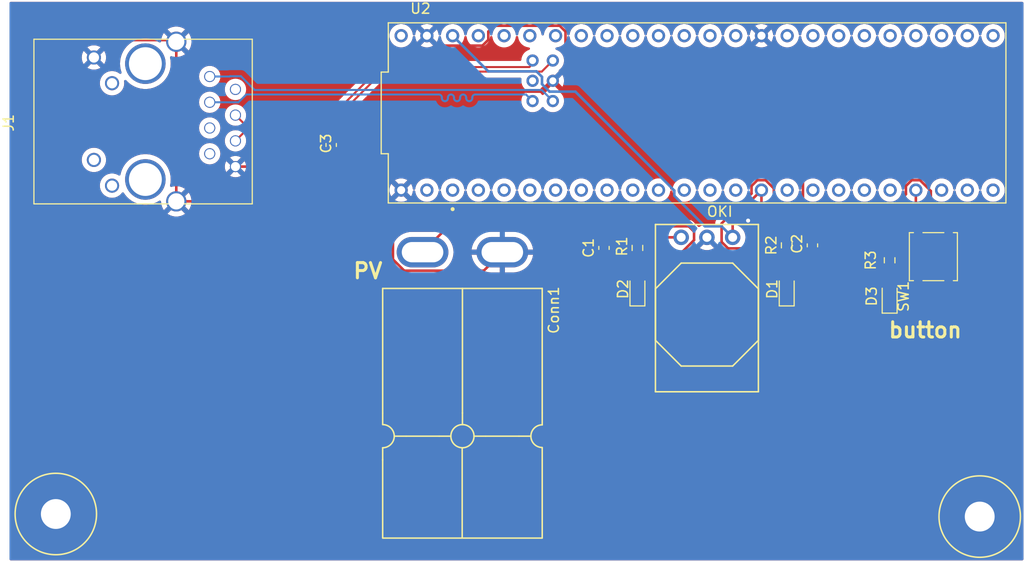
<source format=kicad_pcb>
(kicad_pcb (version 20221018) (generator pcbnew)
  (layers (0 "F.Cu" signal) (31 "B.Cu" signal) (34 "B.Paste" user) (35 "F.Paste" user) (36 "B.SilkS" user "B.Silkscreen") (37 "F.SilkS" user "F.Silkscreen") (38 "B.Mask" user) (39 "F.Mask" user) (44 "Edge.Cuts" user))
  (net 0 "")
  (net 1 "PV")
  (net 2 "GND")
  (net 3 "+3V3")
  (net 4 "Net-(C3-Pad2)")
  (net 5 "Net-(D1-A)")
  (net 6 "Net-(D2-A)")
  (net 7 "Test_Button")
  (net 8 "Net-(D3-A)")
  (net 10 "Net-(J1-Pad10)")
  (net 12 "/T+")
  (net 13 "/T-")
  (net 15 "/R+")
  (net 16 "/R-")
  (footprint "Resistor_SMD:R_0603_1608Metric_Pad0.98x0.95mm_HandSolder" (layer "F.Cu") (at 124.46 56.7455 90)
    (fp_text reference "R3" (at 0 -1.872 90) (layer "F.SilkS"))
    (fp_text value "120")
    (fp_line (start -0.254724 -0.5225) (end 0.254724 -0.5225) (stroke (width 0.12)) (layer "F.SilkS"))
    (fp_line (start -0.254724 0.5225) (end 0.254724 0.5225) (stroke (width 0.12)) (layer "F.SilkS"))
    (pad "1" smd roundrect (at -0.9125 0 90) (size 0.975 0.95) (layers "F.Cu" "F.Paste" "F.Mask") (net 3 "+3V3"))
    (pad "2" smd roundrect (at 0.9125 0 90) (size 0.975 0.95) (layers "F.Cu" "F.Paste" "F.Mask") (net 8 "Net-(D3-A)"))
  )
  (footprint "Capacitor_SMD:C_0603_1608Metric_Pad1.08x0.95mm_HandSolder" (layer "F.Cu") (at 116.84 55.2715 90)
    (fp_text reference "C2" (at 0.146267 -1.524 90) (layer "F.SilkS"))
    (fp_text value "10uF")
    (fp_line (start -0.146267 -0.51) (end 0.146267 -0.51) (stroke (width 0.12)) (layer "F.SilkS"))
    (fp_line (start -0.146267 0.51) (end 0.146267 0.51) (stroke (width 0.12)) (layer "F.SilkS"))
    (pad "1" smd roundrect (at -0.8625 0 90) (size 1.075 0.95) (layers "F.Cu" "F.Paste" "F.Mask") (net 3 "+3V3"))
    (pad "2" smd roundrect (at 0.8625 0 90) (size 1.075 0.95) (layers "F.Cu" "F.Paste" "F.Mask") (net 2 "GND"))
  )
  (footprint "LED_SMD:LED_0603_1608Metric_Pad1.05x0.95mm_HandSolder" (layer "F.Cu") (at 114.3 59.5895 90)
    (fp_text reference "D1" (at 0 -1.43 90) (layer "F.SilkS"))
    (fp_text value "Green")
    (fp_line (start -1.66 -0.735) (end -1.66 0.735) (stroke (width 0.12)) (layer "F.SilkS"))
    (fp_line (start -1.66 0.735) (end 0.8 0.735) (stroke (width 0.12)) (layer "F.SilkS"))
    (fp_line (start 0.8 -0.735) (end -1.66 -0.735) (stroke (width 0.12)) (layer "F.SilkS"))
    (pad "1" smd roundrect (at -0.875 0 90) (size 1.05 0.95) (layers "F.Cu" "F.Paste" "F.Mask") (net 2 "GND"))
    (pad "2" smd roundrect (at 0.875 0 90) (size 1.05 0.95) (layers "F.Cu" "F.Paste" "F.Mask") (net 5 "Net-(D1-A)"))
  )
  (footprint "Resistor_SMD:R_0603_1608Metric_Pad0.98x0.95mm_HandSolder" (layer "F.Cu") (at 114.3 55.2715 90)
    (fp_text reference "R2" (at 0 -1.524 90) (layer "F.SilkS"))
    (fp_text value "120")
    (fp_line (start -0.254724 -0.5225) (end 0.254724 -0.5225) (stroke (width 0.12)) (layer "F.SilkS"))
    (fp_line (start -0.254724 0.5225) (end 0.254724 0.5225) (stroke (width 0.12)) (layer "F.SilkS"))
    (pad "1" smd roundrect (at -0.9125 0 90) (size 0.975 0.95) (layers "F.Cu" "F.Paste" "F.Mask") (net 3 "+3V3"))
    (pad "2" smd roundrect (at 0.9125 0 90) (size 0.975 0.95) (layers "F.Cu" "F.Paste" "F.Mask") (net 5 "Net-(D1-A)"))
  )
  (footprint "Capacitor_SMD:C_0603_1608Metric_Pad1.08x0.95mm_HandSolder" (layer "F.Cu") (at 96.266 55.5255 90)
    (fp_text reference "C1" (at 0 -1.524 90) (layer "F.SilkS"))
    (fp_text value "10uF")
    (fp_line (start -0.146267 -0.51) (end 0.146267 -0.51) (stroke (width 0.12)) (layer "F.SilkS"))
    (fp_line (start -0.146267 0.51) (end 0.146267 0.51) (stroke (width 0.12)) (layer "F.SilkS"))
    (pad "1" smd roundrect (at -0.8625 0 90) (size 1.075 0.95) (layers "F.Cu" "F.Paste" "F.Mask") (net 1 "PV"))
    (pad "2" smd roundrect (at 0.8625 0 90) (size 1.075 0.95) (layers "F.Cu" "F.Paste" "F.Mask") (net 2 "GND"))
  )
  (footprint "LED_SMD:LED_0603_1608Metric_Pad1.05x0.95mm_HandSolder" (layer "F.Cu") (at 124.46 60.3015 90)
    (fp_text reference "D3" (at 0 -1.778 90) (layer "F.SilkS"))
    (fp_text value "Blue")
    (fp_line (start -1.66 -0.735) (end -1.66 0.735) (stroke (width 0.12)) (layer "F.SilkS"))
    (fp_line (start -1.66 0.735) (end 0.8 0.735) (stroke (width 0.12)) (layer "F.SilkS"))
    (fp_line (start 0.8 -0.735) (end -1.66 -0.735) (stroke (width 0.12)) (layer "F.SilkS"))
    (pad "1" smd roundrect (at -0.875 0 90) (size 1.05 0.95) (layers "F.Cu" "F.Paste" "F.Mask") (net 7 "Test_Button"))
    (pad "2" smd roundrect (at 0.875 0 90) (size 1.05 0.95) (layers "F.Cu" "F.Paste" "F.Mask") (net 8 "Net-(D3-A)"))
  )
  (footprint "MRDT_Devices:OKI_Horizontal" (layer "F.Cu") (at 103.886 54.483)
    (fp_text reference "U1" hide)
    (fp_text value "OKI" (at 3.81 -2.54) (layer "F.SilkS"))
    (fp_line (start -2.54 -1.27) (end 7.62 -1.27) (stroke (width 0.15)) (layer "F.SilkS"))
    (fp_line (start -2.54 5.08) (end 0 2.54) (stroke (width 0.15)) (layer "F.SilkS"))
    (fp_line (start -2.54 10.16) (end -2.54 5.08) (stroke (width 0.15)) (layer "F.SilkS"))
    (fp_line (start -2.54 15.24) (end -2.54 -1.27) (stroke (width 0.15)) (layer "F.SilkS"))
    (fp_line (start -2.54 15.24) (end 7.62 15.24) (stroke (width 0.15)) (layer "F.SilkS"))
    (fp_line (start 0 2.54) (end 5.08 2.54) (stroke (width 0.15)) (layer "F.SilkS"))
    (fp_line (start 0 12.7) (end -2.54 10.16) (stroke (width 0.15)) (layer "F.SilkS"))
    (fp_line (start 5.08 2.54) (end 7.62 5.08) (stroke (width 0.15)) (layer "F.SilkS"))
    (fp_line (start 5.08 12.7) (end 0 12.7) (stroke (width 0.15)) (layer "F.SilkS"))
    (fp_line (start 7.62 -1.27) (end 7.62 15.24) (stroke (width 0.15)) (layer "F.SilkS"))
    (fp_line (start 7.62 5.08) (end 7.62 10.16) (stroke (width 0.15)) (layer "F.SilkS"))
    (fp_line (start 7.62 10.16) (end 5.08 12.7) (stroke (width 0.15)) (layer "F.SilkS"))
    (pad "1" thru_hole circle (at 0 0) (size 1.524 1.524) (drill 0.889) (layers "*.Cu" "*.Mask") (net 1 "PV"))
    (pad "2" thru_hole circle (at 2.54 0) (size 1.524 1.524) (drill 0.889) (layers "*.Cu" "*.Mask") (net 2 "GND"))
    (pad "3" thru_hole circle (at 5.08 0) (size 1.524 1.524) (drill 0.889) (layers "*.Cu" "*.Mask") (net 3 "+3V3"))
  )
  (footprint "LED_SMD:LED_0603_1608Metric_Pad1.05x0.95mm_HandSolder" (layer "F.Cu") (at 99.568 59.5895 90)
    (fp_text reference "D2" (at 0 -1.43 90) (layer "F.SilkS"))
    (fp_text value "Green")
    (fp_line (start -1.66 -0.735) (end -1.66 0.735) (stroke (width 0.12)) (layer "F.SilkS"))
    (fp_line (start -1.66 0.735) (end 0.8 0.735) (stroke (width 0.12)) (layer "F.SilkS"))
    (fp_line (start 0.8 -0.735) (end -1.66 -0.735) (stroke (width 0.12)) (layer "F.SilkS"))
    (pad "1" smd roundrect (at -0.875 0 90) (size 1.05 0.95) (layers "F.Cu" "F.Paste" "F.Mask") (net 2 "GND"))
    (pad "2" smd roundrect (at 0.875 0 90) (size 1.05 0.95) (layers "F.Cu" "F.Paste" "F.Mask") (net 6 "Net-(D2-A)"))
  )
  (footprint "Resistor_SMD:R_0603_1608Metric_Pad0.98x0.95mm_HandSolder" (layer "F.Cu") (at 99.568 55.5255 90)
    (fp_text reference "R1" (at 0.146267 -1.524 90) (layer "F.SilkS"))
    (fp_text value "3k")
    (fp_line (start -0.254724 -0.5225) (end 0.254724 -0.5225) (stroke (width 0.12)) (layer "F.SilkS"))
    (fp_line (start -0.254724 0.5225) (end 0.254724 0.5225) (stroke (width 0.12)) (layer "F.SilkS"))
    (pad "1" smd roundrect (at -0.9125 0 90) (size 0.975 0.95) (layers "F.Cu" "F.Paste" "F.Mask") (net 1 "PV"))
    (pad "2" smd roundrect (at 0.9125 0 90) (size 0.975 0.95) (layers "F.Cu" "F.Paste" "F.Mask") (net 6 "Net-(D2-A)"))
  )
  (footprint "MRDT_Shields:Teensy_4_1_Ethernet" (layer "F.Cu") (at 105.4578 42.2)
    (fp_text reference "U2" (at -27.305 -10.295) (layer "F.SilkS"))
    (fp_text value "Teensy4.1_DEV-16771")
    (fp_line (start -31.18 4.03) (end -31.18 -4.03) (stroke (width 0.127)) (layer "F.SilkS"))
    (fp_line (start -30.48 -8.89) (end -30.48 -4.03) (stroke (width 0.127)) (layer "F.SilkS"))
    (fp_line (start -30.48 -8.89) (end 30.48 -8.89) (stroke (width 0.127)) (layer "F.SilkS"))
    (fp_line (start -30.48 -4.03) (end -31.18 -4.03) (stroke (width 0.127)) (layer "F.SilkS"))
    (fp_line (start -30.48 4.03) (end -31.18 4.03) (stroke (width 0.127)) (layer "F.SilkS"))
    (fp_line (start -30.48 8.89) (end -30.48 4.03) (stroke (width 0.127)) (layer "F.SilkS"))
    (fp_line (start 30.48 -8.89) (end 30.48 8.89) (stroke (width 0.127)) (layer "F.SilkS"))
    (fp_line (start 30.48 8.89) (end -30.48 8.89) (stroke (width 0.127)) (layer "F.SilkS"))
    (fp_circle (center -24.13 9.5) (end -24.03 9.5) (stroke (width 0.2)) (fill none) (layer "F.SilkS"))
    (pad "0" thru_hole circle (at -26.67 7.62) (size 1.308 1.308) (drill 0.8) (layers "*.Cu" "*.Mask"))
    (pad "1" thru_hole circle (at -24.13 7.62) (size 1.308 1.308) (drill 0.8) (layers "*.Cu" "*.Mask"))
    (pad "2" thru_hole circle (at -21.59 7.62) (size 1.308 1.308) (drill 0.8) (layers "*.Cu" "*.Mask"))
    (pad "3" thru_hole circle (at -19.05 7.62) (size 1.308 1.308) (drill 0.8) (layers "*.Cu" "*.Mask"))
    (pad "3.3V_1" thru_hole circle (at 6.35 7.62) (size 1.308 1.308) (drill 0.8) (layers "*.Cu" "*.Mask") (net 3 "+3V3"))
    (pad "3.3V_2" thru_hole circle (at -24.13 -7.62) (size 1.308 1.308) (drill 0.8) (layers "*.Cu" "*.Mask") (net 3 "+3V3"))
    (pad "4" thru_hole circle (at -16.51 7.62) (size 1.308 1.308) (drill 0.8) (layers "*.Cu" "*.Mask"))
    (pad "5" thru_hole circle (at -13.97 7.62) (size 1.308 1.308) (drill 0.8) (layers "*.Cu" "*.Mask"))
    (pad "6" thru_hole circle (at -11.43 7.62) (size 1.308 1.308) (drill 0.8) (layers "*.Cu" "*.Mask"))
    (pad "7" thru_hole circle (at -8.89 7.62) (size 1.308 1.308) (drill 0.8) (layers "*.Cu" "*.Mask"))
    (pad "8" thru_hole circle (at -6.35 7.62) (size 1.308 1.308) (drill 0.8) (layers "*.Cu" "*.Mask"))
    (pad "9" thru_hole circle (at -3.81 7.62) (size 1.308 1.308) (drill 0.8) (layers "*.Cu" "*.Mask"))
    (pad "10" thru_hole circle (at -1.27 7.62) (size 1.308 1.308) (drill 0.8) (layers "*.Cu" "*.Mask"))
    (pad "11" thru_hole circle (at 1.27 7.62) (size 1.308 1.308) (drill 0.8) (layers "*.Cu" "*.Mask"))
    (pad "12" thru_hole circle (at 3.81 7.62) (size 1.308 1.308) (drill 0.8) (layers "*.Cu" "*.Mask"))
    (pad "13" thru_hole circle (at 3.81 -7.62) (size 1.308 1.308) (drill 0.8) (layers "*.Cu" "*.Mask"))
    (pad "14" thru_hole circle (at 1.27 -7.62) (size 1.308 1.308) (drill 0.8) (layers "*.Cu" "*.Mask"))
    (pad "15" thru_hole circle (at -1.27 -7.62) (size 1.308 1.308) (drill 0.8) (layers "*.Cu" "*.Mask"))
    (pad "16" thru_hole circle (at -3.81 -7.62) (size 1.308 1.308) (drill 0.8) (layers "*.Cu" "*.Mask"))
    (pad "17" thru_hole circle (at -6.35 -7.62) (size 1.308 1.308) (drill 0.8) (layers "*.Cu" "*.Mask"))
    (pad "18" thru_hole circle (at -8.89 -7.62) (size 1.308 1.308) (drill 0.8) (layers "*.Cu" "*.Mask"))
    (pad "19" thru_hole circle (at -11.43 -7.62) (size 1.308 1.308) (drill 0.8) (layers "*.Cu" "*.Mask"))
    (pad "20" thru_hole circle (at -13.97 -7.62) (size 1.308 1.308) (drill 0.8) (layers "*.Cu" "*.Mask"))
    (pad "21" thru_hole circle (at -16.51 -7.62) (size 1.308 1.308) (drill 0.8) (layers "*.Cu" "*.Mask"))
    (pad "22" thru_hole circle (at -19.05 -7.62) (size 1.308 1.308) (drill 0.8) (layers "*.Cu" "*.Mask"))
    (pad "23" thru_hole circle (at -21.59 -7.62) (size 1.308 1.308) (drill 0.8) (layers "*.Cu" "*.Mask"))
    (pad "24" thru_hole circle (at 8.89 7.62) (size 1.308 1.308) (drill 0.8) (layers "*.Cu" "*.Mask"))
    (pad "25" thru_hole circle (at 11.43 7.62) (size 1.308 1.308) (drill 0.8) (layers "*.Cu" "*.Mask"))
    (pad "26" thru_hole circle (at 13.97 7.62) (size 1.308 1.308) (drill 0.8) (layers "*.Cu" "*.Mask"))
    (pad "27" thru_hole circle (at 16.51 7.62) (size 1.308 1.308) (drill 0.8) (layers "*.Cu" "*.Mask"))
    (pad "28" thru_hole circle (at 19.05 7.62) (size 1.308 1.308) (drill 0.8) (layers "*.Cu" "*.Mask"))
    (pad "29" thru_hole circle (at 21.59 7.62) (size 1.308 1.308) (drill 0.8) (layers "*.Cu" "*.Mask") (net 7 "Test_Button"))
    (pad "30" thru_hole circle (at 24.13 7.62) (size 1.308 1.308) (drill 0.8) (layers "*.Cu" "*.Mask"))
    (pad "31" thru_hole circle (at 26.67 7.62) (size 1.308 1.308) (drill 0.8) (layers "*.Cu" "*.Mask"))
    (pad "32" thru_hole circle (at 29.21 7.62) (size 1.308 1.308) (drill 0.8) (layers "*.Cu" "*.Mask"))
    (pad "33" thru_hole circle (at 29.21 -7.62) (size 1.308 1.308) (drill 0.8) (layers "*.Cu" "*.Mask"))
    (pad "34" thru_hole circle (at 26.67 -7.62) (size 1.308 1.308) (drill 0.8) (layers "*.Cu" "*.Mask"))
    (pad "35" thru_hole circle (at 24.13 -7.62) (size 1.308 1.308) (drill 0.8) (layers "*.Cu" "*.Mask"))
    (pad "36" thru_hole circle (at 21.59 -7.62) (size 1.308 1.308) (drill 0.8) (layers "*.Cu" "*.Mask"))
    (pad "37" thru_hole circle (at 19.05 -7.62) (size 1.308 1.308) (drill 0.8) (layers "*.Cu" "*.Mask"))
    (pad "38" thru_hole circle (at 16.51 -7.62) (size 1.308 1.308) (drill 0.8) (layers "*.Cu" "*.Mask"))
    (pad "39" thru_hole circle (at 13.97 -7.62) (size 1.308 1.308) (drill 0.8) (layers "*.Cu" "*.Mask"))
    (pad "40" thru_hole circle (at 11.43 -7.62) (size 1.308 1.308) (drill 0.8) (layers "*.Cu" "*.Mask"))
    (pad "41" thru_hole circle (at 8.89 -7.62) (size 1.308 1.308) (drill 0.8) (layers "*.Cu" "*.Mask"))
    (pad "GND1" thru_hole circle (at -29.21 7.62) (size 1.308 1.308) (drill 0.8) (layers "*.Cu" "*.Mask") (net 2 "GND"))
    (pad "GND2" thru_hole circle (at 6.35 -7.62) (size 1.308 1.308) (drill 0.8) (layers "*.Cu" "*.Mask") (net 2 "GND"))
    (pad "GND3" thru_hole circle (at -26.67 -7.62) (size 1.308 1.308) (drill 0.8) (layers "*.Cu" "*.Mask") (net 2 "GND"))
    (pad "GND5" thru_hole circle (at -14.24 -3.17) (size 1.208 1.208) (drill 0.7) (layers "*.Cu" "*.Mask") (net 2 "GND"))
    (pad "LED" thru_hole circle (at -16.24 -3.17) (size 1.208 1.208) (drill 0.7) (layers "*.Cu" "*.Mask") (net 10 "Net-(J1-Pad10)"))
    (pad "R+" thru_hole circle (at -16.24 -5.17) (size 1.208 1.208) (drill 0.7) (layers "*.Cu" "*.Mask") (net 15 "/R+"))
    (pad "R-" thru_hole circle (at -14.24 -5.17) (size 1.208 1.208) (drill 0.7) (layers "*.Cu" "*.Mask") (net 16 "/R-"))
    (pad "T+" thru_hole circle (at -14.24 -1.17) (size 1.208 1.208) (drill 0.7) (layers "*.Cu" "*.Mask") (net 12 "/T+"))
    (pad "T-" thru_hole circle (at -16.24 -1.17) (size 1.208 1.208) (drill 0.7) (layers "*.Cu" "*.Mask") (net 13 "/T-"))
    (pad "VIN" thru_hole circle (at -29.21 -7.62) (size 1.308 1.308) (drill 0.8) (layers "*.Cu" "*.Mask"))
  )
  (footprint "Capacitor_SMD:C_0603_1608Metric_Pad1.08x0.95mm_HandSolder" (layer "F.Cu") (at 69.342 45.3655 90)
    (fp_text reference "C3" (at 0.146267 -0.51 90) (layer "F.SilkS"))
    (fp_text value "0.1uF")
    (fp_line (start -0.146267 -0.51) (end 0.146267 -0.51) (stroke (width 0.12)) (layer "F.SilkS"))
    (fp_line (start -0.146267 0.51) (end 0.146267 0.51) (stroke (width 0.12)) (layer "F.SilkS"))
    (pad "1" smd roundrect (at -0.8625 0 90) (size 1.075 0.95) (layers "F.Cu" "F.Paste" "F.Mask") (net 2 "GND"))
    (pad "2" smd roundrect (at 0.8625 0 90) (size 1.075 0.95) (layers "F.Cu" "F.Paste" "F.Mask") (net 4 "Net-(C3-Pad2)"))
  )
  (footprint "Button_Switch_SMD:SW_SPST_TL3305A" (layer "F.Cu") (at 128.778 56.388 90)
    (fp_text reference "SW1" (at -3.923 -2.946 90) (layer "F.SilkS"))
    (fp_text value "SW_Push")
    (fp_line (start -2.37 -2.37) (end -2.37 -1.97) (stroke (width 0.12)) (layer "F.SilkS"))
    (fp_line (start -2.37 -2.37) (end 2.37 -2.37) (stroke (width 0.12)) (layer "F.SilkS"))
    (fp_line (start -2.37 1.03) (end -2.37 -1.03) (stroke (width 0.12)) (layer "F.SilkS"))
    (fp_line (start -2.37 2.37) (end -2.37 1.97) (stroke (width 0.12)) (layer "F.SilkS"))
    (fp_line (start -2.37 2.37) (end 2.37 2.37) (stroke (width 0.12)) (layer "F.SilkS"))
    (fp_line (start 2.37 -2.37) (end 2.37 -1.97) (stroke (width 0.12)) (layer "F.SilkS"))
    (fp_line (start 2.37 1.03) (end 2.37 -1.03) (stroke (width 0.12)) (layer "F.SilkS"))
    (fp_line (start 2.37 2.37) (end 2.37 1.97) (stroke (width 0.12)) (layer "F.SilkS"))
    (pad "1" smd rect (at -3.6 -1.5 90) (size 1.6 1.4) (layers "F.Cu" "F.Paste" "F.Mask") (net 7 "Test_Button"))
    (pad "1" smd rect (at 3.6 -1.5 90) (size 1.6 1.4) (layers "F.Cu" "F.Paste" "F.Mask") (net 7 "Test_Button"))
    (pad "2" smd rect (at -3.6 1.5 90) (size 1.6 1.4) (layers "F.Cu" "F.Paste" "F.Mask") (net 2 "GND"))
    (pad "2" smd rect (at 3.6 1.5 90) (size 1.6 1.4) (layers "F.Cu" "F.Paste" "F.Mask") (net 2 "GND"))
  )
  (footprint "MRDT_Drill_Holes:4_40_Hole" (layer "F.Cu") (at 133.35 82.042)
    (fp_text reference "REF**" hide)
    (fp_text value "4_40_Hole" hide)
    (fp_circle (center 0 0) (end -0.00508 4.01828) (stroke (width 0.15)) (fill none) (layer "F.SilkS"))
    (pad "" np_thru_hole circle (at 0 0) (size 2.9464 2.9464) (drill 2.9464) (layers "*.Cu" "*.Mask") (clearance 2.5))
  )
  (footprint "MRDT_Connectors:RJ45_Teensy" (layer "F.Cu") (at 38.0025 43.18 -90)
    (fp_text reference "J1" (at 0 0.5 90) (layer "F.SilkS"))
    (fp_text value "RJ45_LED_Shielded")
    (fp_line (start -8.25 -23.55) (end 8 -23.55) (stroke (width 0.12)) (layer "F.SilkS"))
    (fp_line (start -8.25 -2) (end -8.25 -23.55) (stroke (width 0.12)) (layer "F.SilkS"))
    (fp_line (start -8.25 -2) (end 8 -2) (stroke (width 0.12)) (layer "F.SilkS"))
    (fp_line (start 8 -2) (end 8 -23.55) (stroke (width 0.12)) (layer "F.SilkS"))
    (pad "1" thru_hole circle (at -4.57 -19.35 270) (size 1.1 1.1) (drill 0.9) (layers "*.Cu" "*.Mask") (net 12 "/T+"))
    (pad "2" thru_hole circle (at -3.3 -21.89 270) (size 1.1 1.1) (drill 0.9) (layers "*.Cu" "*.Mask") (net 4 "Net-(C3-Pad2)"))
    (pad "3" thru_hole circle (at -2.03 -19.35 270) (size 1.1 1.1) (drill 0.9) (layers "*.Cu" "*.Mask") (net 13 "/T-"))
    (pad "4" thru_hole circle (at -0.76 -21.89 270) (size 1.1 1.1) (drill 0.9) (layers "*.Cu" "*.Mask") (net 15 "/R+"))
    (pad "5" thru_hole circle (at 0.51 -19.35 270) (size 1.1 1.1) (drill 0.9) (layers "*.Cu" "*.Mask") (net 4 "Net-(C3-Pad2)"))
    (pad "6" thru_hole circle (at 1.78 -21.89 270) (size 1.1 1.1) (drill 0.9) (layers "*.Cu" "*.Mask") (net 16 "/R-"))
    (pad "7" thru_hole circle (at 3.05 -19.35 270) (size 1.1 1.1) (drill 0.9) (layers "*.Cu" "*.Mask"))
    (pad "8" thru_hole circle (at 4.32 -21.89 270) (size 1.1 1.1) (drill 0.9) (layers "*.Cu" "*.Mask") (net 2 "GND"))
    (pad "9" thru_hole circle (at -6.45 -7.92 270) (size 1.4 1.4) (drill 1.02) (layers "*.Cu" "*.Mask") (net 2 "GND"))
    (pad "10" thru_hole circle (at -3.91 -9.71 270) (size 1.4 1.4) (drill 1.02) (layers "*.Cu" "*.Mask") (net 10 "Net-(J1-Pad10)"))
    (pad "11" thru_hole circle (at 3.66 -7.92 270) (size 1.4 1.4) (drill 1.02) (layers "*.Cu" "*.Mask"))
    (pad "12" thru_hole circle (at 6.2 -9.71 270) (size 1.4 1.4) (drill 1.02) (layers "*.Cu" "*.Mask"))
    (pad "13" thru_hole circle (at -5.84 -13 270) (size 4 4) (drill 3.25) (layers "*.Cu" "*.Mask"))
    (pad "14" thru_hole circle (at 5.59 -13 270) (size 4 4) (drill 3.25) (layers "*.Cu" "*.Mask"))
    (pad "SH" thru_hole circle (at -8 -16.05 270) (size 2 2) (drill 1.6) (layers "*.Cu" "*.Mask") (net 2 "GND"))
    (pad "SH" thru_hole circle (at 7.75 -16.05 270) (size 2 2) (drill 1.6) (layers "*.Cu" "*.Mask") (net 2 "GND"))
  )
  (footprint "MRDT_Drill_Holes:4_40_Hole" (layer "F.Cu") (at 42.164 81.788)
    (fp_text reference "REF**" hide)
    (fp_text value "4_40_Hole" hide)
    (fp_circle (center 0 0) (end -0.00508 4.01828) (stroke (width 0.15)) (fill none) (layer "F.SilkS"))
    (pad "" np_thru_hole circle (at 0 0) (size 2.9464 2.9464) (drill 2.9464) (layers "*.Cu" "*.Mask") (clearance 2.5))
  )
  (footprint "MRDT_Connectors:Square_Anderson_2_H_Side_By_Side_PV" (layer "F.Cu") (at 78.059 55.8202 90)
    (fp_text reference "Conn1" (at -5.85 13.25 90) (layer "F.SilkS"))
    (fp_text value "AndersonPP")
    (fp_line (start -28.344 -3.637) (end -28.344 12.111) (stroke (width 0.15)) (layer "F.SilkS"))
    (fp_line (start -28.3186 -3.637) (end -20.5716 -3.637) (stroke (width 0.15)) (layer "F.SilkS"))
    (fp_line (start -28.3186 4.2116) (end -19.4286 4.2116) (stroke (width 0.15)) (layer "F.SilkS"))
    (fp_line (start -20.597 12.111) (end -19.4286 12.111) (stroke (width 0.15)) (layer "F.SilkS"))
    (fp_line (start -20.5716 12.111) (end -28.3186 12.111) (stroke (width 0.15)) (layer "F.SilkS"))
    (fp_line (start -19.4286 -3.637) (end -20.6478 -3.637) (stroke (width 0.15)) (layer "F.SilkS"))
    (fp_line (start -18.2856 -2.494) (end -18.2856 -1.3256) (stroke (width 0.15)) (layer "F.SilkS"))
    (fp_line (start -18.2856 1.951) (end -18.2856 -1.3256) (stroke (width 0.15)) (layer "F.SilkS"))
    (fp_line (start -18.2856 1.951) (end -18.2856 3.094) (stroke (width 0.15)) (layer "F.SilkS"))
    (fp_line (start -18.2856 6.523) (end -18.2856 5.38) (stroke (width 0.15)) (layer "F.SilkS"))
    (fp_line (start -18.2856 6.523) (end -18.2856 9.825) (stroke (width 0.15)) (layer "F.SilkS"))
    (fp_line (start -18.2856 9.7996) (end -18.2856 10.968) (stroke (width 0.15)) (layer "F.SilkS"))
    (fp_line (start -16.025 -3.637) (end -17.1172 -3.637) (stroke (width 0.15)) (layer "F.SilkS"))
    (fp_line (start -15.9996 -3.637) (end -3.706 -3.637) (stroke (width 0.15)) (layer "F.SilkS"))
    (fp_line (start -15.9996 4.237) (end -17.1426 4.237) (stroke (width 0.15)) (layer "F.SilkS"))
    (fp_line (start -15.9996 4.237) (end -3.706 4.237) (stroke (width 0.15)) (layer "F.SilkS"))
    (fp_line (start -15.9996 12.111) (end -3.706 12.111) (stroke (width 0.15)) (layer "F.SilkS"))
    (fp_line (start -15.9742 12.111) (end -17.168 12.111) (stroke (width 0.15)) (layer "F.SilkS"))
    (fp_line (start -3.706 -3.637) (end -3.706 12.111) (stroke (width 0.15)) (layer "F.SilkS"))
    (fp_arc (start -19.4032 12.111) (mid -19.075863 11.320737) (end -18.2856 10.9934) (stroke (width 0.15)) (layer "F.SilkS"))
    (fp_arc (start -18.2856 -2.494) (mid -19.093823 -2.828777) (end -19.4286 -3.637) (stroke (width 0.15)) (layer "F.SilkS"))
    (fp_arc (start -18.2856 10.9934) (mid -17.495337 11.320737) (end -17.168 12.111) (stroke (width 0.15)) (layer "F.SilkS"))
    (fp_arc (start -17.1426 -3.637) (mid -17.477377 -2.828777) (end -18.2856 -2.494) (stroke (width 0.15)) (layer "F.SilkS"))
    (fp_circle (center -18.2856 4.237) (end -18.2856 5.38) (stroke (width 0.15)) (fill none) (layer "F.SilkS"))
    (pad "1" thru_hole oval (at -0.1246 0.3 90) (size 3 5.1) (drill oval 2 4.1) (layers "*.Cu" "*.Mask") (net 1 "PV"))
    (pad "4" thru_hole oval (at -0.1246 8.174 90) (size 3 5.1) (drill oval 2 4.1) (layers "*.Cu" "*.Mask") (net 2 "GND"))
  )
  (gr_text "button\n" (at 124.206 64.516) (layer "F.SilkS") (effects (font (size 1.5 1.5) (thickness 0.3) bold) (justify left bottom)))
  (gr_text "PV\n" (at 71.374 58.674) (layer "F.SilkS") (effects (font (size 1.5 1.5) (thickness 0.3) bold) (justify left bottom)))
  (segment (start 101.523 54.483) (end 103.886 54.483) (width 0.254) (layer "F.Cu") (net 1))
  (segment (start 93.6765 53.7985) (end 96.266 56.388) (width 0.254) (layer "F.Cu") (net 1))
  (segment (start 96.316 56.438) (end 99.568 56.438) (width 0.254) (layer "F.Cu") (net 1))
  (segment (start 80.5053 53.7985) (end 93.6765 53.7985) (width 0.254) (layer "F.Cu") (net 1))
  (segment (start 78.359 55.9448) (end 80.5053 53.7985) (width 0.254) (layer "F.Cu") (net 1))
  (segment (start 99.568 56.438) (end 101.523 54.483) (width 0.254) (layer "F.Cu") (net 1))
  (segment (start 96.266 56.388) (end 96.316 56.438) (width 0.254) (layer "F.Cu") (net 1))
  (segment (start 115.9068 38.679) (end 111.8078 34.58) (width 0.254) (layer "F.Cu") (net 2))
  (segment (start 100.4445 60.4645) (end 99.568 60.4645) (width 0.254) (layer "F.Cu") (net 2))
  (segment (start 106.426 54.483) (end 100.4445 60.4645) (width 0.254) (layer "F.Cu") (net 2))
  (segment (start 68.07 47.5) (end 69.342 46.228) (width 0.254) (layer "F.Cu") (net 2))
  (segment (start 56.4625 50.93) (end 59.8925 47.5) (width 0.254) (layer "F.Cu") (net 2))
  (segment (start 127.454144 48.839) (end 128.524 49.908856) (width 0.254) (layer "F.Cu") (net 2))
  (segment (start 114.3 60.4645) (end 115.864 62.0285) (width 0.254) (layer "F.Cu") (net 2))
  (segment (start 85.423456 33.599) (end 84.8488 34.173656) (width 0.254) (layer "F.Cu") (net 2))
  (segment (start 128.2375 62.0285) (end 130.278 59.988) (width 0.254) (layer "F.Cu") (net 2))
  (segment (start 59.8925 47.5) (end 68.07 47.5) (width 0.254) (layer "F.Cu") (net 2))
  (segment (start 53.8855 35.013) (end 54.0525 35.18) (width 0.254) (layer "F.Cu") (net 2))
  (segment (start 91.894144 33.599) (end 85.423456 33.599) (width 0.254) (layer "F.Cu") (net 2))
  (segment (start 84.406 57.7718) (end 76.552232 57.7718) (width 0.254) (layer "F.Cu") (net 2))
  (segment (start 90.1488 40.099) (end 91.2178 39.03) (width 0.254) (layer "F.Cu") (net 2))
  (segment (start 86.233 55.9448) (end 84.406 57.7718) (width 0.254) (layer "F.Cu") (net 2))
  (segment (start 126.0668 49.413656) (end 126.641456 48.839) (width 0.254) (layer "F.Cu") (net 2))
  (segment (start 75.438 56.657568) (end 75.438 50.6298) (width 0.254) (layer "F.Cu") (net 2))
  (segment (start 75.438 50.6298) (end 76.2478 49.82) (width 0.254) (layer "F.Cu") (net 2))
  (segment (start 130.278 52.788) (end 130.278 59.988) (width 0.254) (layer "F.Cu") (net 2))
  (segment (start 84.274144 35.561) (end 79.7688 35.561) (width 0.254) (layer "F.Cu") (net 2))
  (segment (start 84.8488 34.173656) (end 84.8488 34.986344) (width 0.254) (layer "F.Cu") (net 2))
  (segment (start 69.342 46.228) (end 72.6558 46.228) (width 0.254) (layer "F.Cu") (net 2))
  (segment (start 128.524 49.908856) (end 128.524 51.034) (width 0.254) (layer "F.Cu") (net 2))
  (segment (start 91.2178 39.03) (end 92.4688 37.779) (width 0.254) (layer "F.Cu") (net 2))
  (segment (start 93.7908 55.9448) (end 98.3105 60.4645) (width 0.254) (layer "F.Cu") (net 2))
  (segment (start 92.4688 34.173656) (end 91.894144 33.599) (width 0.254) (layer "F.Cu") (net 2))
  (segment (start 85.9688 40.099) (end 90.1488 40.099) (width 0.254) (layer "F.Cu") (net 2))
  (segment (start 98.3105 60.4645) (end 99.568 60.4645) (width 0.254) (layer "F.Cu") (net 2))
  (segment (start 76.552232 57.7718) (end 75.438 56.657568) (width 0.254) (layer "F.Cu") (net 2))
  (segment (start 121.884144 54.409) (end 126.0668 50.226344) (width 0.254) (layer "F.Cu") (net 2))
  (segment (start 86.233 55.9448) (end 93.7908 55.9448) (width 0.254) (layer "F.Cu") (net 2))
  (segment (start 112.4075 60.4645) (end 106.426 54.483) (width 0.254) (layer "F.Cu") (net 2))
  (segment (start 72.6558 46.228) (end 76.2478 49.82) (width 0.254) (layer "F.Cu") (net 2))
  (segment (start 115.9068 53.4758) (end 115.9068 38.679) (width 0.254) (layer "F.Cu") (net 2))
  (segment (start 126.641456 48.839) (end 127.454144 48.839) (width 0.254) (layer "F.Cu") (net 2))
  (segment (start 92.4688 37.779) (end 92.4688 34.173656) (width 0.254) (layer "F.Cu") (net 2))
  (segment (start 116.84 54.409) (end 115.9068 53.4758) (width 0.254) (layer "F.Cu") (net 2))
  (segment (start 116.84 54.409) (end 121.884144 54.409) (width 0.254) (layer "F.Cu") (net 2))
  (segment (start 128.524 51.034) (end 130.278 52.788) (width 0.254) (layer "F.Cu") (net 2))
  (segment (start 76.2478 49.82) (end 85.9688 40.099) (width 0.254) (layer "F.Cu") (net 2))
  (segment (start 126.0668 50.226344) (end 126.0668 49.413656) (width 0.254) (layer "F.Cu") (net 2))
  (segment (start 114.3 60.4645) (end 112.4075 60.4645) (width 0.254) (layer "F.Cu") (net 2))
  (segment (start 45.9225 36.73) (end 47.6395 35.013) (width 0.254) (layer "F.Cu") (net 2))
  (segment (start 79.7688 35.561) (end 78.7878 34.58) (width 0.254) (layer "F.Cu") (net 2))
  (segment (start 54.0525 50.93) (end 56.4625 50.93) (width 0.254) (layer "F.Cu") (net 2))
  (segment (start 54.0525 35.18) (end 54.0525 50.93) (width 0.254) (layer "F.Cu") (net 2))
  (segment (start 47.6395 35.013) (end 53.8855 35.013) (width 0.254) (layer "F.Cu") (net 2))
  (segment (start 115.864 62.0285) (end 128.2375 62.0285) (width 0.254) (layer "F.Cu") (net 2))
  (segment (start 84.8488 34.986344) (end 84.274144 35.561) (width 0.254) (layer "F.Cu") (net 2))
  (via (at 110.49 52.832) (size 0.8) (drill 0.4) (layers "F.Cu" "B.Cu") (net 2))
  (segment (start 108.966 52.6618) (end 111.8078 49.82) (width 0.254) (layer "F.Cu") (net 3))
  (segment (start 118.364 57.658) (end 124.46 57.658) (width 0.254) (layer "F.Cu") (net 3))
  (segment (start 114.3 56.184) (end 116.79 56.184) (width 0.254) (layer "F.Cu") (net 3))
  (segment (start 116.79 56.184) (end 116.84 56.134) (width 0.254) (layer "F.Cu") (net 3))
  (segment (start 116.84 56.134) (end 118.364 57.658) (width 0.254) (layer "F.Cu") (net 3))
  (segment (start 108.966 54.483) (end 108.966 52.6618) (width 0.254) (layer "F.Cu") (net 3))
  (segment (start 111.8078 49.82) (end 111.8078 53.6918) (width 0.254) (layer "F.Cu") (net 3))
  (segment (start 111.8078 53.6918) (end 114.3 56.184) (width 0.254) (layer "F.Cu") (net 3))
  (segment (start 93.439 40.099) (end 103.2068 49.8668) (width 0.254) (layer "B.Cu") (net 3))
  (segment (start 89.603433 38.099) (end 90.1488 38.644367) (width 0.254) (layer "B.Cu") (net 3))
  (segment (start 107.877 53.394) (end 108.966 54.483) (width 0.254) (layer "B.Cu") (net 3))
  (segment (start 90.89067 40.099) (end 93.439 40.099) (width 0.254) (layer "B.Cu") (net 3))
  (segment (start 81.3278 34.58) (end 84.8468 38.099) (width 0.254) (layer "B.Cu") (net 3))
  (segment (start 90.1488 38.644367) (end 90.1488 39.35713) (width 0.254) (layer "B.Cu") (net 3))
  (segment (start 84.8468 38.099) (end 89.603433 38.099) (width 0.254) (layer "B.Cu") (net 3))
  (segment (start 103.2068 49.8668) (end 103.2068 50.3748) (width 0.254) (layer "B.Cu") (net 3))
  (segment (start 103.2068 50.3748) (end 106.226 53.394) (width 0.254) (layer "B.Cu") (net 3))
  (segment (start 90.1488 39.35713) (end 90.89067 40.099) (width 0.254) (layer "B.Cu") (net 3))
  (segment (start 106.226 53.394) (end 107.877 53.394) (width 0.254) (layer "B.Cu") (net 3))
  (segment (start 112.214144 48.839) (end 113.03 49.654856) (width 0.254) (layer "F.Cu") (net 5))
  (segment (start 111.401456 48.839) (end 112.214144 48.839) (width 0.254) (layer "F.Cu") (net 5))
  (segment (start 107.877 54.934079) (end 107.877 53.108748) (width 0.254) (layer "F.Cu") (net 5))
  (segment (start 113.03 49.654856) (end 113.03 53.089) (width 0.254) (layer "F.Cu") (net 5))
  (segment (start 113.03 53.089) (end 114.3 54.359) (width 0.254) (layer "F.Cu") (net 5))
  (segment (start 110.8268 49.413656) (end 111.401456 48.839) (width 0.254) (layer "F.Cu") (net 5))
  (segment (start 110.8268 50.158948) (end 110.8268 49.413656) (width 0.254) (layer "F.Cu") (net 5))
  (segment (start 111.1575 55.572) (end 108.514921 55.572) (width 0.254) (layer "F.Cu") (net 5))
  (segment (start 108.514921 55.572) (end 107.877 54.934079) (width 0.254) (layer "F.Cu") (net 5))
  (segment (start 107.877 53.108748) (end 110.8268 50.158948) (width 0.254) (layer "F.Cu") (net 5))
  (segment (start 114.3 58.7145) (end 111.1575 55.572) (width 0.254) (layer "F.Cu") (net 5))
  (segment (start 104.629 53.394) (end 105.156 53.921) (width 0.254) (layer "F.Cu") (net 6))
  (segment (start 105.156 53.921) (end 105.156 54.753079) (width 0.254) (layer "F.Cu") (net 6))
  (segment (start 105.156 54.753079) (end 101.194579 58.7145) (width 0.254) (layer "F.Cu") (net 6))
  (segment (start 101.194579 58.7145) (end 99.568 58.7145) (width 0.254) (layer "F.Cu") (net 6))
  (segment (start 100.787 53.394) (end 104.629 53.394) (width 0.254) (layer "F.Cu") (net 6))
  (segment (start 99.568 54.613) (end 100.787 53.394) (width 0.254) (layer "F.Cu") (net 6))
  (segment (start 125.6485 59.988) (end 127.278 59.988) (width 0.254) (layer "F.Cu") (net 7))
  (segment (start 124.46 61.1765) (end 125.6485 59.988) (width 0.254) (layer "F.Cu") (net 7))
  (segment (start 127.278 59.988) (end 127.278 52.788) (width 0.254) (layer "F.Cu") (net 7))
  (segment (start 127.0478 52.5578) (end 127.278 52.788) (width 0.254) (layer "F.Cu") (net 7))
  (segment (start 127.0478 49.82) (end 127.0478 52.5578) (width 0.254) (layer "F.Cu") (net 7))
  (segment (start 125.262 56.635) (end 125.262 58.6245) (width 0.254) (layer "F.Cu") (net 8))
  (segment (start 124.46 55.833) (end 125.262 56.635) (width 0.254) (layer "F.Cu") (net 8))
  (segment (start 125.262 58.6245) (end 124.46 59.4265) (width 0.254) (layer "F.Cu") (net 8))
  (segment (start 90.1218 39.934) (end 61.78495 39.934) (width 0.2) (layer "B.Cu") (net 12))
  (segment (start 59.32405 38.61) (end 57.3525 38.61) (width 0.2) (layer "B.Cu") (net 12))
  (segment (start 61.78495 39.934) (end 60.43097 38.58002) (width 0.2) (layer "B.Cu") (net 12))
  (segment (start 91.2178 41.03) (end 90.1218 39.934) (width 0.2) (layer "B.Cu") (net 12))
  (segment (start 59.35403 38.58002) (end 59.32405 38.61) (width 0.2) (layer "B.Cu") (net 12))
  (segment (start 60.43097 38.58002) (end 59.35403 38.58002) (width 0.2) (layer "B.Cu") (net 12))
  (segment (start 80.266 40.74438) (end 80.266 40.68398) (width 0.2) (layer "B.Cu") (net 13))
  (segment (start 82.066 40.68398) (end 82.066 40.74438) (width 0.2) (layer "B.Cu") (net 13))
  (segment (start 81.466 40.74438) (end 81.466 40.68398) (width 0.2) (layer "B.Cu") (net 13))
  (segment (start 79.820848 40.38398) (end 60.96202 40.38398) (width 0.2) (layer "B.Cu") (net 13))
  (segment (start 83.266 40.68398) (end 83.266 40.74438) (width 0.2) (layer "B.Cu") (net 13))
  (segment (start 80.866 40.68398) (end 80.866 40.74438) (width 0.2) (layer "B.Cu") (net 13))
  (segment (start 82.666 40.74438) (end 82.666 40.68398) (width 0.2) (layer "B.Cu") (net 13))
  (segment (start 60.196 41.15) (end 57.3525 41.15) (width 0.2) (layer "B.Cu") (net 13))
  (segment (start 79.966 40.38398) (end 79.820848 40.38398) (width 0.2) (layer "B.Cu") (net 13))
  (segment (start 60.96202 40.38398) (end 60.196 41.15) (width 0.2) (layer "B.Cu") (net 13))
  (segment (start 89.2178 41.03) (end 88.57178 40.38398) (width 0.2) (layer "B.Cu") (net 13))
  (segment (start 88.57178 40.38398) (end 83.566 40.38398) (width 0.2) (layer "B.Cu") (net 13))
  (arc (start 80.266 40.68398) (mid 80.178132 40.471848) (end 79.966 40.38398) (width 0.2) (layer "B.Cu") (net 13))
  (arc (start 82.666 40.68398) (mid 82.578132 40.471848) (end 82.366 40.38398) (width 0.2) (layer "B.Cu") (net 13))
  (arc (start 82.066 40.74438) (mid 81.978132 40.956512) (end 81.766 41.04438) (width 0.2) (layer "B.Cu") (net 13))
  (arc (start 83.566 40.38398) (mid 83.353868 40.471848) (end 83.266 40.68398) (width 0.2) (layer "B.Cu") (net 13))
  (arc (start 82.366 40.38398) (mid 82.153868 40.471848) (end 82.066 40.68398) (width 0.2) (layer "B.Cu") (net 13))
  (arc (start 81.466 40.68398) (mid 81.378132 40.471848) (end 81.166 40.38398) (width 0.2) (layer "B.Cu") (net 13))
  (arc (start 81.766 41.04438) (mid 81.553868 40.956512) (end 81.466 40.74438) (width 0.2) (layer "B.Cu") (net 13))
  (arc (start 80.566 41.04438) (mid 80.353868 40.956512) (end 80.266 40.74438) (width 0.2) (layer "B.Cu") (net 13))
  (arc (start 82.966 41.04438) (mid 82.753868 40.956512) (end 82.666 40.74438) (width 0.2) (layer "B.Cu") (net 13))
  (arc (start 81.166 40.38398) (mid 80.953868 40.471848) (end 80.866 40.68398) (width 0.2) (layer "B.Cu") (net 13))
  (arc (start 83.266 40.74438) (mid 83.178132 40.956512) (end 82.966 41.04438) (width 0.2) (layer "B.Cu") (net 13))
  (arc (start 80.866 40.74438) (mid 80.778132 40.956512) (end 80.566 41.04438) (width 0.2) (layer "B.Cu") (net 13))
  (segment (start 88.9 37.67602) (end 78.092 37.67602) (width 0.2) (layer "F.Cu") (net 15))
  (segment (start 77.192 37.211654) (end 77.192 37.37602) (width 0.2) (layer "F.Cu") (net 15))
  (segment (start 76.592 37.37602) (end 76.592 37.211666) (width 0.2) (layer "F.Cu") (net 15))
  (segment (start 89.2178 37.03) (end 89.2178 37.35822) (width 0.2) (layer "F.Cu") (net 15))
  (segment (start 74.234972 37.67602) (end 68.445993 43.464999) (width 0.2) (layer "F.Cu") (net 15))
  (segment (start 75.527646 37.67602) (end 74.234972 37.67602) (width 0.2) (layer "F.Cu") (net 15))
  (segment (start 77.792 37.37602) (end 77.792 37.211654) (width 0.2) (layer "F.Cu") (net 15))
  (segment (start 60.937499 43.464999) (end 59.8925 42.42) (width 0.2) (layer "F.Cu") (net 15))
  (segment (start 89.2178 37.35822) (end 88.9 37.67602) (width 0.2) (layer "F.Cu") (net 15))
  (segment (start 68.445993 43.464999) (end 60.937499 43.464999) (width 0.2) (layer "F.Cu") (net 15))
  (arc (start 78.092 37.67602) (mid 77.879868 37.588152) (end 77.792 37.37602) (width 0.2) (layer "F.Cu") (net 15))
  (arc (start 77.192 37.37602) (mid 77.104132 37.588152) (end 76.892 37.67602) (width 0.2) (layer "F.Cu") (net 15))
  (arc (start 75.992 37.211666) (mid 75.855994 37.540014) (end 75.527646 37.67602) (width 0.2) (layer "F.Cu") (net 15))
  (arc (start 76.592 37.211666) (mid 76.504132 36.999534) (end 76.292 36.911666) (width 0.2) (layer "F.Cu") (net 15))
  (arc (start 76.892 37.67602) (mid 76.679868 37.588152) (end 76.592 37.37602) (width 0.2) (layer "F.Cu") (net 15))
  (arc (start 77.492 36.911654) (mid 77.279868 36.999522) (end 77.192 37.211654) (width 0.2) (layer "F.Cu") (net 15))
  (arc (start 77.792 37.211654) (mid 77.704132 36.999522) (end 77.492 36.911654) (width 0.2) (layer "F.Cu") (net 15))
  (arc (start 76.292 36.911666) (mid 76.079868 36.999534) (end 75.992 37.211666) (width 0.2) (layer "F.Cu") (net 15))
  (segment (start 59.8925 44.96) (end 60.937499 43.915001) (width 0.2) (layer "F.Cu") (net 16))
  (segment (start 60.937499 43.915001) (end 68.632359 43.915001) (width 0.2) (layer "F.Cu") (net 16))
  (segment (start 68.632359 43.915001) (end 74.42136 38.126) (width 0.2) (layer "F.Cu") (net 16))
  (segment (start 90.1218 38.126) (end 91.2178 37.03) (width 0.2) (layer "F.Cu") (net 16))
  (segment (start 74.42136 38.126) (end 90.1218 38.126) (width 0.2) (layer "F.Cu") (net 16))
  (zone (net 2) (net_name "GND") (layers "F&B.Cu") (connect_pads (clearance 0.5)) (min_thickness 0.25) (fill yes (thermal_gap 0.5) (thermal_bridge_width 0.5))
    (polygon (pts (xy 37.592 31.242) (xy 137.668 31.242) (xy 137.668 86.36) (xy 37.592 86.36)))
  )
)
</source>
